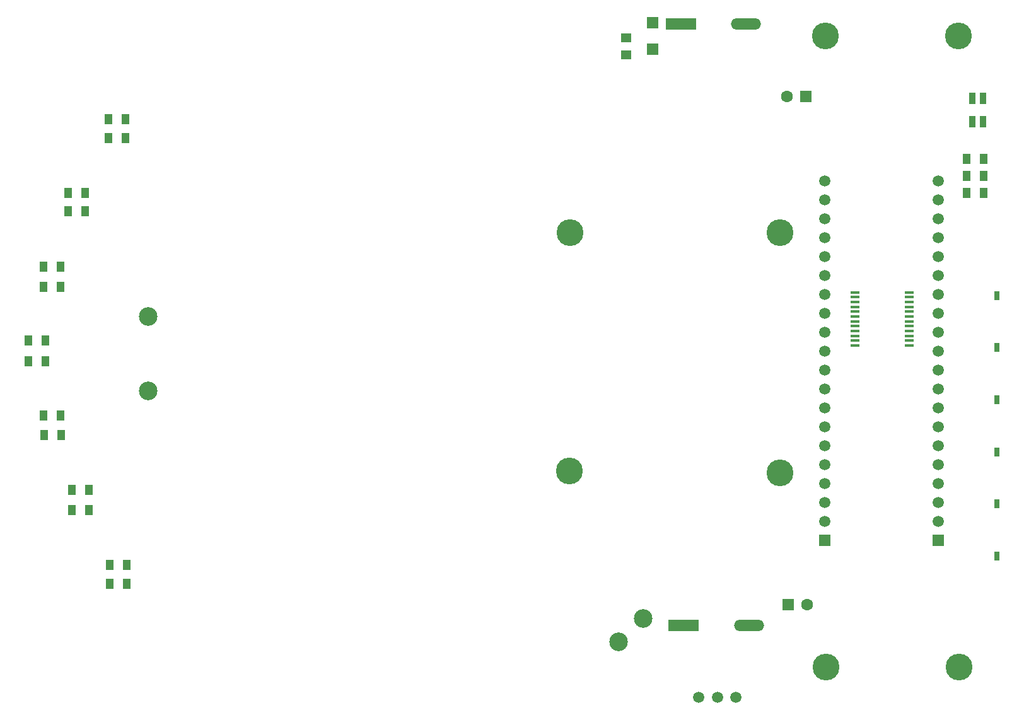
<source format=gbr>
G04*
G04 #@! TF.GenerationSoftware,Altium Limited,Altium Designer,25.5.2 (35)*
G04*
G04 Layer_Color=255*
%FSLAX25Y25*%
%MOIN*%
G70*
G04*
G04 #@! TF.SameCoordinates,3A6C04F0-8456-4D88-A865-9B6E00D0E649*
G04*
G04*
G04 #@! TF.FilePolarity,Positive*
G04*
G01*
G75*
%ADD21R,0.06000X0.06000*%
%ADD22R,0.05500X0.05000*%
%ADD23R,0.03937X0.05500*%
%ADD24R,0.04921X0.01575*%
%ADD25R,0.03150X0.04724*%
%ADD26O,0.16000X0.05906*%
%ADD27R,0.03543X0.05906*%
%ADD28R,0.16000X0.05906*%
%ADD50C,0.14173*%
%ADD51C,0.01575*%
%ADD52C,0.09843*%
%ADD53C,0.01968*%
%ADD54R,0.05984X0.05984*%
%ADD55C,0.05984*%
%ADD56C,0.05937*%
%ADD57R,0.06299X0.06299*%
%ADD58C,0.06299*%
D21*
X341500Y370500D02*
D03*
Y356500D02*
D03*
D22*
X327500Y362500D02*
D03*
Y353500D02*
D03*
D23*
X34500Y113000D02*
D03*
X43500D02*
D03*
X34500Y123500D02*
D03*
X19500Y163000D02*
D03*
X32500Y280500D02*
D03*
X41500Y271000D02*
D03*
X20500Y191500D02*
D03*
X63000Y309500D02*
D03*
X54000D02*
D03*
X32500Y271000D02*
D03*
X41500Y280500D02*
D03*
X54500Y84000D02*
D03*
X63500D02*
D03*
X54500Y74000D02*
D03*
X63500D02*
D03*
X43500Y123500D02*
D03*
X28500Y163000D02*
D03*
X29000Y152500D02*
D03*
X20000D02*
D03*
X20500Y202500D02*
D03*
X11500D02*
D03*
Y191500D02*
D03*
X19500Y241500D02*
D03*
X19500Y231000D02*
D03*
X63000Y319500D02*
D03*
X28500Y241500D02*
D03*
X507500Y280500D02*
D03*
Y298500D02*
D03*
Y289500D02*
D03*
X54000Y319500D02*
D03*
X516500Y289500D02*
D03*
Y280500D02*
D03*
Y298500D02*
D03*
X28500Y231000D02*
D03*
D24*
X477272Y215280D02*
D03*
Y225516D02*
D03*
X448728Y222957D02*
D03*
Y207602D02*
D03*
X477272Y212720D02*
D03*
Y217839D02*
D03*
Y210161D02*
D03*
Y205043D02*
D03*
Y207602D02*
D03*
Y222957D02*
D03*
Y220398D02*
D03*
Y199925D02*
D03*
Y202484D02*
D03*
Y228075D02*
D03*
X448728Y199925D02*
D03*
Y202484D02*
D03*
Y210161D02*
D03*
Y212720D02*
D03*
Y228075D02*
D03*
Y225516D02*
D03*
Y220398D02*
D03*
Y217839D02*
D03*
Y215280D02*
D03*
Y205043D02*
D03*
D25*
X523622Y116142D02*
D03*
X523500Y171280D02*
D03*
Y226378D02*
D03*
Y198819D02*
D03*
X523622Y88583D02*
D03*
X523500Y143720D02*
D03*
D26*
X391016Y370079D02*
D03*
X392500Y52000D02*
D03*
D27*
X510715Y330602D02*
D03*
X516295D02*
D03*
X516285Y318398D02*
D03*
X510715D02*
D03*
D28*
X356516Y370079D02*
D03*
X358000Y52000D02*
D03*
D50*
X503709Y30000D02*
D03*
X433417D02*
D03*
X432882Y363500D02*
D03*
X503173D02*
D03*
X409000Y132500D02*
D03*
X297500Y133500D02*
D03*
X409000Y259500D02*
D03*
X298000D02*
D03*
D51*
X503500Y36000D02*
D03*
X507500Y34500D02*
D03*
X499500Y34000D02*
D03*
X509520Y30000D02*
D03*
X504000Y24500D02*
D03*
X499500Y26000D02*
D03*
X507500D02*
D03*
X498000Y30000D02*
D03*
X433209Y36000D02*
D03*
X437209Y34500D02*
D03*
X429209Y34000D02*
D03*
X439228Y30000D02*
D03*
X433709Y24500D02*
D03*
X429209Y26000D02*
D03*
X437209D02*
D03*
X427709Y30000D02*
D03*
X433091Y357500D02*
D03*
X429091Y359000D02*
D03*
X437091Y359500D02*
D03*
X427071Y363500D02*
D03*
X432591Y369000D02*
D03*
X437091Y367500D02*
D03*
X429091D02*
D03*
X438591Y363500D02*
D03*
X503382Y357500D02*
D03*
X499382Y359000D02*
D03*
X507382Y359500D02*
D03*
X497362Y363500D02*
D03*
X502882Y369000D02*
D03*
X507382Y367500D02*
D03*
X499382D02*
D03*
X508882Y363500D02*
D03*
D52*
X336500Y55500D02*
D03*
X323762Y43322D02*
D03*
X75000Y215370D02*
D03*
Y176000D02*
D03*
D53*
X409000Y265500D02*
D03*
X415000Y259500D02*
D03*
X409000Y253500D02*
D03*
X413500Y263500D02*
D03*
Y255500D02*
D03*
X404500D02*
D03*
X403000Y259500D02*
D03*
X404500Y263500D02*
D03*
X409000Y138500D02*
D03*
X413500Y136500D02*
D03*
X304000Y259500D02*
D03*
X298000Y253500D02*
D03*
X302500Y263500D02*
D03*
X292000Y259500D02*
D03*
X293500Y263500D02*
D03*
X302500Y255500D02*
D03*
X293500D02*
D03*
X298000Y265500D02*
D03*
X303500Y133500D02*
D03*
X297500Y127500D02*
D03*
X302000Y137500D02*
D03*
X291500Y133500D02*
D03*
X293000Y137500D02*
D03*
X302000Y129500D02*
D03*
X293000D02*
D03*
X297500Y139500D02*
D03*
X415000Y132500D02*
D03*
X409000Y126500D02*
D03*
X403000Y132500D02*
D03*
X404500Y136500D02*
D03*
X413500Y128500D02*
D03*
X404500D02*
D03*
D54*
X492500Y97000D02*
D03*
X432500D02*
D03*
D55*
X492500Y107000D02*
D03*
Y117000D02*
D03*
Y127000D02*
D03*
Y137000D02*
D03*
Y147000D02*
D03*
Y157000D02*
D03*
Y167000D02*
D03*
Y177000D02*
D03*
Y187000D02*
D03*
Y197000D02*
D03*
Y207000D02*
D03*
Y217000D02*
D03*
Y227000D02*
D03*
Y237000D02*
D03*
Y247000D02*
D03*
Y257000D02*
D03*
Y267000D02*
D03*
Y277000D02*
D03*
Y287000D02*
D03*
X432500Y107000D02*
D03*
Y117000D02*
D03*
Y127000D02*
D03*
Y137000D02*
D03*
Y147000D02*
D03*
Y157000D02*
D03*
Y167000D02*
D03*
Y177000D02*
D03*
Y217000D02*
D03*
Y227000D02*
D03*
Y257000D02*
D03*
Y267000D02*
D03*
Y277000D02*
D03*
Y287000D02*
D03*
Y207000D02*
D03*
Y247000D02*
D03*
Y187000D02*
D03*
Y197000D02*
D03*
Y237000D02*
D03*
D56*
X375843Y14000D02*
D03*
X366000D02*
D03*
X385685D02*
D03*
D57*
X413386Y63000D02*
D03*
X422500Y331500D02*
D03*
D58*
X423386Y63000D02*
D03*
X412500Y331500D02*
D03*
M02*

</source>
